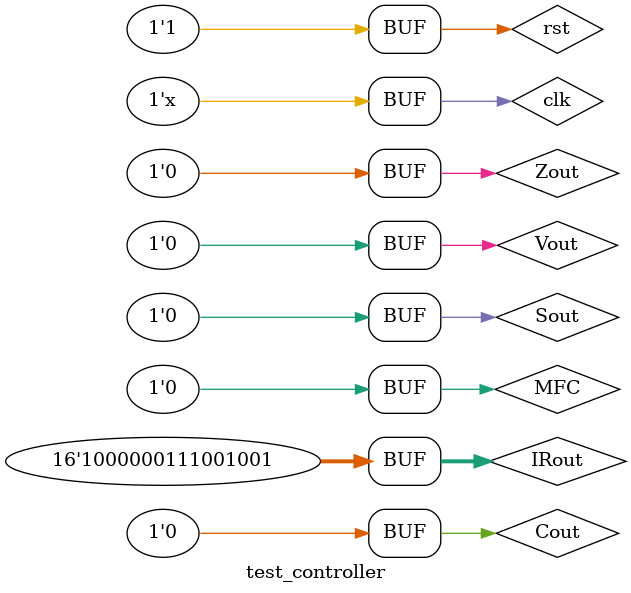
<source format=v>
`timescale 1ns / 1ps


module test_controller;

	// Inputs
	reg clk;
	reg rst;
	reg Sout;
	reg Vout;
	reg Zout;
	reg Cout;
	reg [15:0] IRout;
	reg MFC;

	// Outputs
	wire ldbuf;
	wire ldflags;
	wire ldPC;
	wire ld2;
	wire ldtemp;
	wire ldMAR;
	wire ldMDR;
	wire ldIR;
	wire TPC;
	wire Tr2;
	wire Ttemp;
	wire TMAR;
	wire TMDR2X;
	wire TMDR;
	wire add;
	wire transx;
	wire rdR;
	wire wR;
	wire rMDRi;
	wire rMDRX;
	wire [1:0] sel1;
	wire rd;
	wire wr;

	// Instantiate the Unit Under Test (UUT)
	CPUcontroller uut (
		.clk(clk), 
		.rst(rst), 
		.ldbuf(ldbuf), 
		.ldflags(ldflags), 
		.ldPC(ldPC), 
		.ld2(ld2), 
		.ldtemp(ldtemp), 
		.ldMAR(ldMAR), 
		.ldMDR(ldMDR), 
		.ldIR(ldIR), 
		.TPC(TPC), 
		.Tr2(Tr2), 
		.Ttemp(Ttemp), 
		.TMAR(TMAR), 
		.TMDR2X(TMDR2X), 
		.TMDR(TMDR), 
		.add(add), 
		.transx(transx), 
		.rdR(rdR), 
		.wR(wR), 
		.rMDRi(rMDRi), 
		.rMDRX(rMDRX), 
		.sel1(sel1), 
		.Sout(Sout), 
		.Vout(Vout), 
		.Zout(Zout), 
		.Cout(Cout), 
		.IRout(IRout), 
		.rd(rd), 
		.wr(wr), 
		.MFC(MFC)
	);

	always #5
	clk = !clk;

	initial begin
		// Initialize Inputs
		clk = 0;
		rst = 0;
		Sout = 0;
		Vout = 0;
		Zout = 0;
		Cout = 0;
		IRout = 0;
		MFC = 0;


		// Wait 100 ns for global reset to finish
		#100;
      rst = 1;
		MFC = 1;
		IRout = 16'b0111000111001000;
		
		#50
		rst = 1;
		MFC = 0;
		
		#50
		MFC = 1;
		IRout = 16'b1000000111001001;
		
		#50
		rst = 1;
		MFC = 0;
			
		// Add stimulus here

	end
      
		always@(ldbuf,
		ldflags,
		ldPC,
		ld2,
		ldtemp,
		ldMAR,
		ldMDR,
		ldIR,
		TPC,
		Tr2,
		Ttemp,
		TMAR,
		TMDR2X,
		TMDR,
		add,
		transx,
		rdR,
		wR,
		rMDRi,
		rMDRX,
		sel1,
		rd)
		$display("ldbuf=%b,ldflags=%b,ldPC=%b,ld2=%b,ldtemp=%b,ldMAR=%b,ldMDR=%b,ldIR=%b,TPC=%b,Tr2=%b,Ttemp=%b,TMAR=%b,TMDR2X=%b,TMDR=%b,add=%b,transx=%b,rdR=%b,wR=%b,rMDRi=%b,rMDRX=%b,sel1=%b,rd=%b",ldbuf,
		ldflags,
		ldPC,
		ld2,
		ldtemp,
		ldMAR,
		ldMDR,
		ldIR,
		TPC,
		Tr2,
		Ttemp,
		TMAR,
		TMDR2X,
		TMDR,
		add,
		transx,
		rdR,
		wR,
		rMDRi,
		rMDRX,
		sel1,
		rd);
endmodule


</source>
